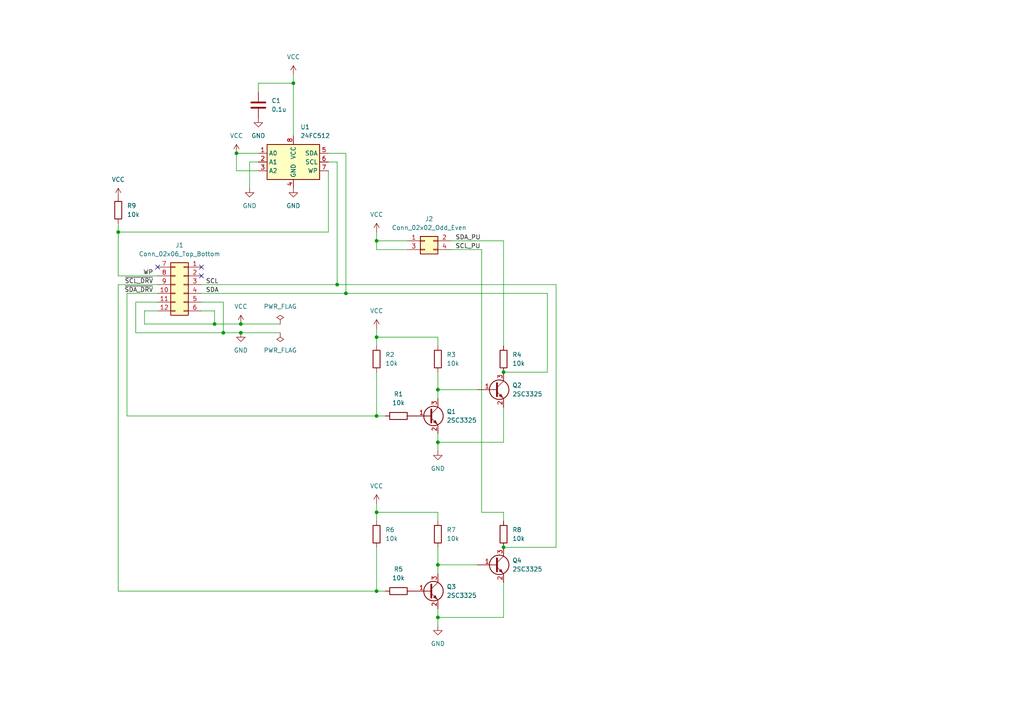
<source format=kicad_sch>
(kicad_sch (version 20211123) (generator eeschema)

  (uuid 2a3624de-1e65-44b5-8315-a1c35dfa4ff3)

  (paper "A4")

  (lib_symbols
    (symbol "Connector_Generic:Conn_02x02_Odd_Even" (pin_names (offset 1.016) hide) (in_bom yes) (on_board yes)
      (property "Reference" "J" (id 0) (at 1.27 2.54 0)
        (effects (font (size 1.27 1.27)))
      )
      (property "Value" "Conn_02x02_Odd_Even" (id 1) (at 1.27 -5.08 0)
        (effects (font (size 1.27 1.27)))
      )
      (property "Footprint" "" (id 2) (at 0 0 0)
        (effects (font (size 1.27 1.27)) hide)
      )
      (property "Datasheet" "~" (id 3) (at 0 0 0)
        (effects (font (size 1.27 1.27)) hide)
      )
      (property "ki_keywords" "connector" (id 4) (at 0 0 0)
        (effects (font (size 1.27 1.27)) hide)
      )
      (property "ki_description" "Generic connector, double row, 02x02, odd/even pin numbering scheme (row 1 odd numbers, row 2 even numbers), script generated (kicad-library-utils/schlib/autogen/connector/)" (id 5) (at 0 0 0)
        (effects (font (size 1.27 1.27)) hide)
      )
      (property "ki_fp_filters" "Connector*:*_2x??_*" (id 6) (at 0 0 0)
        (effects (font (size 1.27 1.27)) hide)
      )
      (symbol "Conn_02x02_Odd_Even_1_1"
        (rectangle (start -1.27 -2.413) (end 0 -2.667)
          (stroke (width 0.1524) (type default) (color 0 0 0 0))
          (fill (type none))
        )
        (rectangle (start -1.27 0.127) (end 0 -0.127)
          (stroke (width 0.1524) (type default) (color 0 0 0 0))
          (fill (type none))
        )
        (rectangle (start -1.27 1.27) (end 3.81 -3.81)
          (stroke (width 0.254) (type default) (color 0 0 0 0))
          (fill (type background))
        )
        (rectangle (start 3.81 -2.413) (end 2.54 -2.667)
          (stroke (width 0.1524) (type default) (color 0 0 0 0))
          (fill (type none))
        )
        (rectangle (start 3.81 0.127) (end 2.54 -0.127)
          (stroke (width 0.1524) (type default) (color 0 0 0 0))
          (fill (type none))
        )
        (pin passive line (at -5.08 0 0) (length 3.81)
          (name "Pin_1" (effects (font (size 1.27 1.27))))
          (number "1" (effects (font (size 1.27 1.27))))
        )
        (pin passive line (at 7.62 0 180) (length 3.81)
          (name "Pin_2" (effects (font (size 1.27 1.27))))
          (number "2" (effects (font (size 1.27 1.27))))
        )
        (pin passive line (at -5.08 -2.54 0) (length 3.81)
          (name "Pin_3" (effects (font (size 1.27 1.27))))
          (number "3" (effects (font (size 1.27 1.27))))
        )
        (pin passive line (at 7.62 -2.54 180) (length 3.81)
          (name "Pin_4" (effects (font (size 1.27 1.27))))
          (number "4" (effects (font (size 1.27 1.27))))
        )
      )
    )
    (symbol "Connector_Generic:Conn_02x06_Top_Bottom" (pin_names (offset 1.016) hide) (in_bom yes) (on_board yes)
      (property "Reference" "J" (id 0) (at 1.27 7.62 0)
        (effects (font (size 1.27 1.27)))
      )
      (property "Value" "Conn_02x06_Top_Bottom" (id 1) (at 1.27 -10.16 0)
        (effects (font (size 1.27 1.27)))
      )
      (property "Footprint" "" (id 2) (at 0 0 0)
        (effects (font (size 1.27 1.27)) hide)
      )
      (property "Datasheet" "~" (id 3) (at 0 0 0)
        (effects (font (size 1.27 1.27)) hide)
      )
      (property "ki_keywords" "connector" (id 4) (at 0 0 0)
        (effects (font (size 1.27 1.27)) hide)
      )
      (property "ki_description" "Generic connector, double row, 02x06, top/bottom pin numbering scheme (row 1: 1...pins_per_row, row2: pins_per_row+1 ... num_pins), script generated (kicad-library-utils/schlib/autogen/connector/)" (id 5) (at 0 0 0)
        (effects (font (size 1.27 1.27)) hide)
      )
      (property "ki_fp_filters" "Connector*:*_2x??_*" (id 6) (at 0 0 0)
        (effects (font (size 1.27 1.27)) hide)
      )
      (symbol "Conn_02x06_Top_Bottom_1_1"
        (rectangle (start -1.27 -7.493) (end 0 -7.747)
          (stroke (width 0.1524) (type default) (color 0 0 0 0))
          (fill (type none))
        )
        (rectangle (start -1.27 -4.953) (end 0 -5.207)
          (stroke (width 0.1524) (type default) (color 0 0 0 0))
          (fill (type none))
        )
        (rectangle (start -1.27 -2.413) (end 0 -2.667)
          (stroke (width 0.1524) (type default) (color 0 0 0 0))
          (fill (type none))
        )
        (rectangle (start -1.27 0.127) (end 0 -0.127)
          (stroke (width 0.1524) (type default) (color 0 0 0 0))
          (fill (type none))
        )
        (rectangle (start -1.27 2.667) (end 0 2.413)
          (stroke (width 0.1524) (type default) (color 0 0 0 0))
          (fill (type none))
        )
        (rectangle (start -1.27 5.207) (end 0 4.953)
          (stroke (width 0.1524) (type default) (color 0 0 0 0))
          (fill (type none))
        )
        (rectangle (start -1.27 6.35) (end 3.81 -8.89)
          (stroke (width 0.254) (type default) (color 0 0 0 0))
          (fill (type background))
        )
        (rectangle (start 3.81 -7.493) (end 2.54 -7.747)
          (stroke (width 0.1524) (type default) (color 0 0 0 0))
          (fill (type none))
        )
        (rectangle (start 3.81 -4.953) (end 2.54 -5.207)
          (stroke (width 0.1524) (type default) (color 0 0 0 0))
          (fill (type none))
        )
        (rectangle (start 3.81 -2.413) (end 2.54 -2.667)
          (stroke (width 0.1524) (type default) (color 0 0 0 0))
          (fill (type none))
        )
        (rectangle (start 3.81 0.127) (end 2.54 -0.127)
          (stroke (width 0.1524) (type default) (color 0 0 0 0))
          (fill (type none))
        )
        (rectangle (start 3.81 2.667) (end 2.54 2.413)
          (stroke (width 0.1524) (type default) (color 0 0 0 0))
          (fill (type none))
        )
        (rectangle (start 3.81 5.207) (end 2.54 4.953)
          (stroke (width 0.1524) (type default) (color 0 0 0 0))
          (fill (type none))
        )
        (pin passive line (at -5.08 5.08 0) (length 3.81)
          (name "Pin_1" (effects (font (size 1.27 1.27))))
          (number "1" (effects (font (size 1.27 1.27))))
        )
        (pin passive line (at 7.62 -2.54 180) (length 3.81)
          (name "Pin_10" (effects (font (size 1.27 1.27))))
          (number "10" (effects (font (size 1.27 1.27))))
        )
        (pin passive line (at 7.62 -5.08 180) (length 3.81)
          (name "Pin_11" (effects (font (size 1.27 1.27))))
          (number "11" (effects (font (size 1.27 1.27))))
        )
        (pin passive line (at 7.62 -7.62 180) (length 3.81)
          (name "Pin_12" (effects (font (size 1.27 1.27))))
          (number "12" (effects (font (size 1.27 1.27))))
        )
        (pin passive line (at -5.08 2.54 0) (length 3.81)
          (name "Pin_2" (effects (font (size 1.27 1.27))))
          (number "2" (effects (font (size 1.27 1.27))))
        )
        (pin passive line (at -5.08 0 0) (length 3.81)
          (name "Pin_3" (effects (font (size 1.27 1.27))))
          (number "3" (effects (font (size 1.27 1.27))))
        )
        (pin passive line (at -5.08 -2.54 0) (length 3.81)
          (name "Pin_4" (effects (font (size 1.27 1.27))))
          (number "4" (effects (font (size 1.27 1.27))))
        )
        (pin passive line (at -5.08 -5.08 0) (length 3.81)
          (name "Pin_5" (effects (font (size 1.27 1.27))))
          (number "5" (effects (font (size 1.27 1.27))))
        )
        (pin passive line (at -5.08 -7.62 0) (length 3.81)
          (name "Pin_6" (effects (font (size 1.27 1.27))))
          (number "6" (effects (font (size 1.27 1.27))))
        )
        (pin passive line (at 7.62 5.08 180) (length 3.81)
          (name "Pin_7" (effects (font (size 1.27 1.27))))
          (number "7" (effects (font (size 1.27 1.27))))
        )
        (pin passive line (at 7.62 2.54 180) (length 3.81)
          (name "Pin_8" (effects (font (size 1.27 1.27))))
          (number "8" (effects (font (size 1.27 1.27))))
        )
        (pin passive line (at 7.62 0 180) (length 3.81)
          (name "Pin_9" (effects (font (size 1.27 1.27))))
          (number "9" (effects (font (size 1.27 1.27))))
        )
      )
    )
    (symbol "Device:C" (pin_numbers hide) (pin_names (offset 0.254)) (in_bom yes) (on_board yes)
      (property "Reference" "C" (id 0) (at 0.635 2.54 0)
        (effects (font (size 1.27 1.27)) (justify left))
      )
      (property "Value" "C" (id 1) (at 0.635 -2.54 0)
        (effects (font (size 1.27 1.27)) (justify left))
      )
      (property "Footprint" "" (id 2) (at 0.9652 -3.81 0)
        (effects (font (size 1.27 1.27)) hide)
      )
      (property "Datasheet" "~" (id 3) (at 0 0 0)
        (effects (font (size 1.27 1.27)) hide)
      )
      (property "ki_keywords" "cap capacitor" (id 4) (at 0 0 0)
        (effects (font (size 1.27 1.27)) hide)
      )
      (property "ki_description" "Unpolarized capacitor" (id 5) (at 0 0 0)
        (effects (font (size 1.27 1.27)) hide)
      )
      (property "ki_fp_filters" "C_*" (id 6) (at 0 0 0)
        (effects (font (size 1.27 1.27)) hide)
      )
      (symbol "C_0_1"
        (polyline
          (pts
            (xy -2.032 -0.762)
            (xy 2.032 -0.762)
          )
          (stroke (width 0.508) (type default) (color 0 0 0 0))
          (fill (type none))
        )
        (polyline
          (pts
            (xy -2.032 0.762)
            (xy 2.032 0.762)
          )
          (stroke (width 0.508) (type default) (color 0 0 0 0))
          (fill (type none))
        )
      )
      (symbol "C_1_1"
        (pin passive line (at 0 3.81 270) (length 2.794)
          (name "~" (effects (font (size 1.27 1.27))))
          (number "1" (effects (font (size 1.27 1.27))))
        )
        (pin passive line (at 0 -3.81 90) (length 2.794)
          (name "~" (effects (font (size 1.27 1.27))))
          (number "2" (effects (font (size 1.27 1.27))))
        )
      )
    )
    (symbol "Device:Q_NPN_BEC" (pin_names (offset 0) hide) (in_bom yes) (on_board yes)
      (property "Reference" "Q" (id 0) (at 5.08 1.27 0)
        (effects (font (size 1.27 1.27)) (justify left))
      )
      (property "Value" "Q_NPN_BEC" (id 1) (at 5.08 -1.27 0)
        (effects (font (size 1.27 1.27)) (justify left))
      )
      (property "Footprint" "" (id 2) (at 5.08 2.54 0)
        (effects (font (size 1.27 1.27)) hide)
      )
      (property "Datasheet" "~" (id 3) (at 0 0 0)
        (effects (font (size 1.27 1.27)) hide)
      )
      (property "ki_keywords" "transistor NPN" (id 4) (at 0 0 0)
        (effects (font (size 1.27 1.27)) hide)
      )
      (property "ki_description" "NPN transistor, base/emitter/collector" (id 5) (at 0 0 0)
        (effects (font (size 1.27 1.27)) hide)
      )
      (symbol "Q_NPN_BEC_0_1"
        (polyline
          (pts
            (xy 0.635 0.635)
            (xy 2.54 2.54)
          )
          (stroke (width 0) (type default) (color 0 0 0 0))
          (fill (type none))
        )
        (polyline
          (pts
            (xy 0.635 -0.635)
            (xy 2.54 -2.54)
            (xy 2.54 -2.54)
          )
          (stroke (width 0) (type default) (color 0 0 0 0))
          (fill (type none))
        )
        (polyline
          (pts
            (xy 0.635 1.905)
            (xy 0.635 -1.905)
            (xy 0.635 -1.905)
          )
          (stroke (width 0.508) (type default) (color 0 0 0 0))
          (fill (type none))
        )
        (polyline
          (pts
            (xy 1.27 -1.778)
            (xy 1.778 -1.27)
            (xy 2.286 -2.286)
            (xy 1.27 -1.778)
            (xy 1.27 -1.778)
          )
          (stroke (width 0) (type default) (color 0 0 0 0))
          (fill (type outline))
        )
        (circle (center 1.27 0) (radius 2.8194)
          (stroke (width 0.254) (type default) (color 0 0 0 0))
          (fill (type none))
        )
      )
      (symbol "Q_NPN_BEC_1_1"
        (pin input line (at -5.08 0 0) (length 5.715)
          (name "B" (effects (font (size 1.27 1.27))))
          (number "1" (effects (font (size 1.27 1.27))))
        )
        (pin passive line (at 2.54 -5.08 90) (length 2.54)
          (name "E" (effects (font (size 1.27 1.27))))
          (number "2" (effects (font (size 1.27 1.27))))
        )
        (pin passive line (at 2.54 5.08 270) (length 2.54)
          (name "C" (effects (font (size 1.27 1.27))))
          (number "3" (effects (font (size 1.27 1.27))))
        )
      )
    )
    (symbol "Device:R" (pin_numbers hide) (pin_names (offset 0)) (in_bom yes) (on_board yes)
      (property "Reference" "R" (id 0) (at 2.032 0 90)
        (effects (font (size 1.27 1.27)))
      )
      (property "Value" "R" (id 1) (at 0 0 90)
        (effects (font (size 1.27 1.27)))
      )
      (property "Footprint" "" (id 2) (at -1.778 0 90)
        (effects (font (size 1.27 1.27)) hide)
      )
      (property "Datasheet" "~" (id 3) (at 0 0 0)
        (effects (font (size 1.27 1.27)) hide)
      )
      (property "ki_keywords" "R res resistor" (id 4) (at 0 0 0)
        (effects (font (size 1.27 1.27)) hide)
      )
      (property "ki_description" "Resistor" (id 5) (at 0 0 0)
        (effects (font (size 1.27 1.27)) hide)
      )
      (property "ki_fp_filters" "R_*" (id 6) (at 0 0 0)
        (effects (font (size 1.27 1.27)) hide)
      )
      (symbol "R_0_1"
        (rectangle (start -1.016 -2.54) (end 1.016 2.54)
          (stroke (width 0.254) (type default) (color 0 0 0 0))
          (fill (type none))
        )
      )
      (symbol "R_1_1"
        (pin passive line (at 0 3.81 270) (length 1.27)
          (name "~" (effects (font (size 1.27 1.27))))
          (number "1" (effects (font (size 1.27 1.27))))
        )
        (pin passive line (at 0 -3.81 90) (length 1.27)
          (name "~" (effects (font (size 1.27 1.27))))
          (number "2" (effects (font (size 1.27 1.27))))
        )
      )
    )
    (symbol "Memory_EEPROM:24LC512" (in_bom yes) (on_board yes)
      (property "Reference" "U" (id 0) (at -6.35 6.35 0)
        (effects (font (size 1.27 1.27)))
      )
      (property "Value" "24LC512" (id 1) (at 1.27 6.35 0)
        (effects (font (size 1.27 1.27)) (justify left))
      )
      (property "Footprint" "" (id 2) (at 0 0 0)
        (effects (font (size 1.27 1.27)) hide)
      )
      (property "Datasheet" "http://ww1.microchip.com/downloads/en/DeviceDoc/21754M.pdf" (id 3) (at 0 0 0)
        (effects (font (size 1.27 1.27)) hide)
      )
      (property "ki_keywords" "I2C Serial EEPROM" (id 4) (at 0 0 0)
        (effects (font (size 1.27 1.27)) hide)
      )
      (property "ki_description" "I2C Serial EEPROM, 512Kb, DIP-8/SOIC-8/TSSOP-8/DFN-8" (id 5) (at 0 0 0)
        (effects (font (size 1.27 1.27)) hide)
      )
      (property "ki_fp_filters" "DIP*W7.62mm* SOIC*3.9x4.9mm* TSSOP*4.4x3mm*P0.65mm* DFN*3x2mm*P0.5mm*" (id 6) (at 0 0 0)
        (effects (font (size 1.27 1.27)) hide)
      )
      (symbol "24LC512_1_1"
        (rectangle (start -7.62 5.08) (end 7.62 -5.08)
          (stroke (width 0.254) (type default) (color 0 0 0 0))
          (fill (type background))
        )
        (pin input line (at -10.16 2.54 0) (length 2.54)
          (name "A0" (effects (font (size 1.27 1.27))))
          (number "1" (effects (font (size 1.27 1.27))))
        )
        (pin input line (at -10.16 0 0) (length 2.54)
          (name "A1" (effects (font (size 1.27 1.27))))
          (number "2" (effects (font (size 1.27 1.27))))
        )
        (pin input line (at -10.16 -2.54 0) (length 2.54)
          (name "A2" (effects (font (size 1.27 1.27))))
          (number "3" (effects (font (size 1.27 1.27))))
        )
        (pin power_in line (at 0 -7.62 90) (length 2.54)
          (name "GND" (effects (font (size 1.27 1.27))))
          (number "4" (effects (font (size 1.27 1.27))))
        )
        (pin bidirectional line (at 10.16 2.54 180) (length 2.54)
          (name "SDA" (effects (font (size 1.27 1.27))))
          (number "5" (effects (font (size 1.27 1.27))))
        )
        (pin input line (at 10.16 0 180) (length 2.54)
          (name "SCL" (effects (font (size 1.27 1.27))))
          (number "6" (effects (font (size 1.27 1.27))))
        )
        (pin input line (at 10.16 -2.54 180) (length 2.54)
          (name "WP" (effects (font (size 1.27 1.27))))
          (number "7" (effects (font (size 1.27 1.27))))
        )
        (pin power_in line (at 0 7.62 270) (length 2.54)
          (name "VCC" (effects (font (size 1.27 1.27))))
          (number "8" (effects (font (size 1.27 1.27))))
        )
      )
    )
    (symbol "power:GND" (power) (pin_names (offset 0)) (in_bom yes) (on_board yes)
      (property "Reference" "#PWR" (id 0) (at 0 -6.35 0)
        (effects (font (size 1.27 1.27)) hide)
      )
      (property "Value" "GND" (id 1) (at 0 -3.81 0)
        (effects (font (size 1.27 1.27)))
      )
      (property "Footprint" "" (id 2) (at 0 0 0)
        (effects (font (size 1.27 1.27)) hide)
      )
      (property "Datasheet" "" (id 3) (at 0 0 0)
        (effects (font (size 1.27 1.27)) hide)
      )
      (property "ki_keywords" "power-flag" (id 4) (at 0 0 0)
        (effects (font (size 1.27 1.27)) hide)
      )
      (property "ki_description" "Power symbol creates a global label with name \"GND\" , ground" (id 5) (at 0 0 0)
        (effects (font (size 1.27 1.27)) hide)
      )
      (symbol "GND_0_1"
        (polyline
          (pts
            (xy 0 0)
            (xy 0 -1.27)
            (xy 1.27 -1.27)
            (xy 0 -2.54)
            (xy -1.27 -1.27)
            (xy 0 -1.27)
          )
          (stroke (width 0) (type default) (color 0 0 0 0))
          (fill (type none))
        )
      )
      (symbol "GND_1_1"
        (pin power_in line (at 0 0 270) (length 0) hide
          (name "GND" (effects (font (size 1.27 1.27))))
          (number "1" (effects (font (size 1.27 1.27))))
        )
      )
    )
    (symbol "power:PWR_FLAG" (power) (pin_numbers hide) (pin_names (offset 0) hide) (in_bom yes) (on_board yes)
      (property "Reference" "#FLG" (id 0) (at 0 1.905 0)
        (effects (font (size 1.27 1.27)) hide)
      )
      (property "Value" "PWR_FLAG" (id 1) (at 0 3.81 0)
        (effects (font (size 1.27 1.27)))
      )
      (property "Footprint" "" (id 2) (at 0 0 0)
        (effects (font (size 1.27 1.27)) hide)
      )
      (property "Datasheet" "~" (id 3) (at 0 0 0)
        (effects (font (size 1.27 1.27)) hide)
      )
      (property "ki_keywords" "power-flag" (id 4) (at 0 0 0)
        (effects (font (size 1.27 1.27)) hide)
      )
      (property "ki_description" "Special symbol for telling ERC where power comes from" (id 5) (at 0 0 0)
        (effects (font (size 1.27 1.27)) hide)
      )
      (symbol "PWR_FLAG_0_0"
        (pin power_out line (at 0 0 90) (length 0)
          (name "pwr" (effects (font (size 1.27 1.27))))
          (number "1" (effects (font (size 1.27 1.27))))
        )
      )
      (symbol "PWR_FLAG_0_1"
        (polyline
          (pts
            (xy 0 0)
            (xy 0 1.27)
            (xy -1.016 1.905)
            (xy 0 2.54)
            (xy 1.016 1.905)
            (xy 0 1.27)
          )
          (stroke (width 0) (type default) (color 0 0 0 0))
          (fill (type none))
        )
      )
    )
    (symbol "power:VCC" (power) (pin_names (offset 0)) (in_bom yes) (on_board yes)
      (property "Reference" "#PWR" (id 0) (at 0 -3.81 0)
        (effects (font (size 1.27 1.27)) hide)
      )
      (property "Value" "VCC" (id 1) (at 0 3.81 0)
        (effects (font (size 1.27 1.27)))
      )
      (property "Footprint" "" (id 2) (at 0 0 0)
        (effects (font (size 1.27 1.27)) hide)
      )
      (property "Datasheet" "" (id 3) (at 0 0 0)
        (effects (font (size 1.27 1.27)) hide)
      )
      (property "ki_keywords" "power-flag" (id 4) (at 0 0 0)
        (effects (font (size 1.27 1.27)) hide)
      )
      (property "ki_description" "Power symbol creates a global label with name \"VCC\"" (id 5) (at 0 0 0)
        (effects (font (size 1.27 1.27)) hide)
      )
      (symbol "VCC_0_1"
        (polyline
          (pts
            (xy -0.762 1.27)
            (xy 0 2.54)
          )
          (stroke (width 0) (type default) (color 0 0 0 0))
          (fill (type none))
        )
        (polyline
          (pts
            (xy 0 0)
            (xy 0 2.54)
          )
          (stroke (width 0) (type default) (color 0 0 0 0))
          (fill (type none))
        )
        (polyline
          (pts
            (xy 0 2.54)
            (xy 0.762 1.27)
          )
          (stroke (width 0) (type default) (color 0 0 0 0))
          (fill (type none))
        )
      )
      (symbol "VCC_1_1"
        (pin power_in line (at 0 0 90) (length 0) hide
          (name "VCC" (effects (font (size 1.27 1.27))))
          (number "1" (effects (font (size 1.27 1.27))))
        )
      )
    )
  )

  (junction (at 127 179.07) (diameter 0) (color 0 0 0 0)
    (uuid 10222778-8da4-426f-a41b-88b5582cf99e)
  )
  (junction (at 146.05 158.75) (diameter 0) (color 0 0 0 0)
    (uuid 17bbd69a-31c5-4d32-9dbc-393afc771716)
  )
  (junction (at 146.05 107.95) (diameter 0) (color 0 0 0 0)
    (uuid 18a2d1ec-7cc7-43bd-9c28-c023faec204b)
  )
  (junction (at 64.77 96.52) (diameter 0) (color 0 0 0 0)
    (uuid 1d5dffc8-148a-4dcb-b043-ec16c6ea3269)
  )
  (junction (at 85.09 24.13) (diameter 0) (color 0 0 0 0)
    (uuid 1f8690ca-5e4f-4e04-bfec-6aa117d8deb3)
  )
  (junction (at 69.85 93.98) (diameter 0) (color 0 0 0 0)
    (uuid 338ceb66-ebed-4b79-b8a3-64f97ad4d4e3)
  )
  (junction (at 109.22 148.59) (diameter 0) (color 0 0 0 0)
    (uuid 33f154b3-0ef6-4d7a-be97-9279ec3effb2)
  )
  (junction (at 109.22 69.85) (diameter 0) (color 0 0 0 0)
    (uuid 39af4ec2-1853-4408-99b8-e325b7f05d81)
  )
  (junction (at 97.79 82.55) (diameter 0) (color 0 0 0 0)
    (uuid 446bd077-82b7-4d9d-bcaf-731fd8f21e40)
  )
  (junction (at 109.22 171.45) (diameter 0) (color 0 0 0 0)
    (uuid 46dffac5-d974-4b84-a55c-9c88998f4d30)
  )
  (junction (at 34.29 67.31) (diameter 0) (color 0 0 0 0)
    (uuid 54a631f5-f116-47fc-97bc-eb0bb5cd127e)
  )
  (junction (at 127 128.27) (diameter 0) (color 0 0 0 0)
    (uuid 5690045e-c103-44a7-9450-61759622514a)
  )
  (junction (at 127 113.03) (diameter 0) (color 0 0 0 0)
    (uuid 7a0e480c-7068-4c18-910a-d573b7f42dac)
  )
  (junction (at 109.22 120.65) (diameter 0) (color 0 0 0 0)
    (uuid 7c723c62-f5e7-41ca-9c0c-09fadfe72ef6)
  )
  (junction (at 62.23 93.98) (diameter 0) (color 0 0 0 0)
    (uuid 81e4f37a-b790-41ba-9afd-73216af3c771)
  )
  (junction (at 127 163.83) (diameter 0) (color 0 0 0 0)
    (uuid 85f27c30-016d-4bd8-a674-9a6faf58ca13)
  )
  (junction (at 109.22 97.79) (diameter 0) (color 0 0 0 0)
    (uuid 9da4f7ca-ad3e-41aa-94b8-e2711bd4d9fd)
  )
  (junction (at 69.85 96.52) (diameter 0) (color 0 0 0 0)
    (uuid e8294873-797e-4c2f-ad04-935fd7b2176b)
  )
  (junction (at 100.33 85.09) (diameter 0) (color 0 0 0 0)
    (uuid ec4baceb-331e-4aea-84cc-3e6f415700e5)
  )
  (junction (at 68.58 44.45) (diameter 0) (color 0 0 0 0)
    (uuid fb4fcbe1-4be0-424e-8ccc-9fb0f7ccee72)
  )

  (no_connect (at 58.42 77.47) (uuid 768bb677-59c1-44f0-9875-2e2de1b6997f))
  (no_connect (at 58.42 80.01) (uuid 768bb677-59c1-44f0-9875-2e2de1b6997f))
  (no_connect (at 45.72 77.47) (uuid 768bb677-59c1-44f0-9875-2e2de1b6997f))

  (wire (pts (xy 109.22 97.79) (xy 127 97.79))
    (stroke (width 0) (type default) (color 0 0 0 0))
    (uuid 03e6a5ac-b562-4a91-acb3-f470adbe1f76)
  )
  (wire (pts (xy 34.29 64.77) (xy 34.29 67.31))
    (stroke (width 0) (type default) (color 0 0 0 0))
    (uuid 049c3ebe-bebd-4a12-86dd-20324b60478c)
  )
  (wire (pts (xy 69.85 96.52) (xy 81.28 96.52))
    (stroke (width 0) (type default) (color 0 0 0 0))
    (uuid 07cd3dc5-ccd0-40e7-a21f-d85a93bc523f)
  )
  (wire (pts (xy 64.77 96.52) (xy 69.85 96.52))
    (stroke (width 0) (type default) (color 0 0 0 0))
    (uuid 0a236e78-5f33-416c-8c74-e271016f428f)
  )
  (wire (pts (xy 100.33 44.45) (xy 100.33 85.09))
    (stroke (width 0) (type default) (color 0 0 0 0))
    (uuid 0c237dca-4a91-41b1-8f85-7b5328bb9bd7)
  )
  (wire (pts (xy 127 128.27) (xy 146.05 128.27))
    (stroke (width 0) (type default) (color 0 0 0 0))
    (uuid 120445d7-b244-4bdf-8ede-91e11313aaf3)
  )
  (wire (pts (xy 72.39 46.99) (xy 72.39 54.61))
    (stroke (width 0) (type default) (color 0 0 0 0))
    (uuid 166e3d52-afca-4ca8-8e3f-0e81101d8411)
  )
  (wire (pts (xy 146.05 69.85) (xy 146.05 100.33))
    (stroke (width 0) (type default) (color 0 0 0 0))
    (uuid 206856c2-371b-422e-8ab8-df5acd938748)
  )
  (wire (pts (xy 95.25 49.53) (xy 95.25 67.31))
    (stroke (width 0) (type default) (color 0 0 0 0))
    (uuid 21900cc2-050f-4d84-ae73-0b4574cdb445)
  )
  (wire (pts (xy 127 179.07) (xy 146.05 179.07))
    (stroke (width 0) (type default) (color 0 0 0 0))
    (uuid 23bb6c75-8228-4638-ad25-bdda49b8b7ae)
  )
  (wire (pts (xy 62.23 90.17) (xy 62.23 93.98))
    (stroke (width 0) (type default) (color 0 0 0 0))
    (uuid 26de385c-7b5e-4ff6-9f4e-ecdd9f27b17f)
  )
  (wire (pts (xy 74.93 49.53) (xy 68.58 49.53))
    (stroke (width 0) (type default) (color 0 0 0 0))
    (uuid 2ab6e91c-ab6f-4f6c-90fa-9fc4b6c10897)
  )
  (wire (pts (xy 34.29 80.01) (xy 45.72 80.01))
    (stroke (width 0) (type default) (color 0 0 0 0))
    (uuid 33f6c76b-ac06-480b-95c5-a57210b9bb5f)
  )
  (wire (pts (xy 45.72 82.55) (xy 34.29 82.55))
    (stroke (width 0) (type default) (color 0 0 0 0))
    (uuid 37de9c40-109d-4c7d-91a7-984a7cee344e)
  )
  (wire (pts (xy 109.22 120.65) (xy 111.76 120.65))
    (stroke (width 0) (type default) (color 0 0 0 0))
    (uuid 3b83775e-a802-4861-9ed1-913d48e8f412)
  )
  (wire (pts (xy 109.22 148.59) (xy 127 148.59))
    (stroke (width 0) (type default) (color 0 0 0 0))
    (uuid 432def43-6d07-4fb8-b6b5-5c62ff7e498a)
  )
  (wire (pts (xy 36.83 85.09) (xy 36.83 120.65))
    (stroke (width 0) (type default) (color 0 0 0 0))
    (uuid 4659c1b4-316b-460d-a17f-02acb7cbfc44)
  )
  (wire (pts (xy 109.22 95.25) (xy 109.22 97.79))
    (stroke (width 0) (type default) (color 0 0 0 0))
    (uuid 4a887bda-1218-4445-98b3-dd18b3592576)
  )
  (wire (pts (xy 130.81 72.39) (xy 139.7 72.39))
    (stroke (width 0) (type default) (color 0 0 0 0))
    (uuid 4c250781-b998-438c-801f-39a1b53f69ab)
  )
  (wire (pts (xy 146.05 179.07) (xy 146.05 168.91))
    (stroke (width 0) (type default) (color 0 0 0 0))
    (uuid 4dc668f7-cf9e-40c5-bd42-6fe81f9b9db3)
  )
  (wire (pts (xy 127 97.79) (xy 127 100.33))
    (stroke (width 0) (type default) (color 0 0 0 0))
    (uuid 529e1d5c-a47a-40de-bec1-7dcff9311e01)
  )
  (wire (pts (xy 34.29 171.45) (xy 109.22 171.45))
    (stroke (width 0) (type default) (color 0 0 0 0))
    (uuid 53425095-b663-4a36-ad33-3bc62a1db35e)
  )
  (wire (pts (xy 62.23 93.98) (xy 41.91 93.98))
    (stroke (width 0) (type default) (color 0 0 0 0))
    (uuid 5a2b40b2-76df-450f-82ec-7455c4ec9fbc)
  )
  (wire (pts (xy 58.42 85.09) (xy 100.33 85.09))
    (stroke (width 0) (type default) (color 0 0 0 0))
    (uuid 5af8ab7e-36c8-4dc6-8b52-217f961ea81f)
  )
  (wire (pts (xy 127 158.75) (xy 127 163.83))
    (stroke (width 0) (type default) (color 0 0 0 0))
    (uuid 5b3a106f-947b-4361-b6b4-3d35bf1bb951)
  )
  (wire (pts (xy 109.22 146.05) (xy 109.22 148.59))
    (stroke (width 0) (type default) (color 0 0 0 0))
    (uuid 64ac6f89-deb1-4561-afb7-27651348f6c6)
  )
  (wire (pts (xy 85.09 21.59) (xy 85.09 24.13))
    (stroke (width 0) (type default) (color 0 0 0 0))
    (uuid 660ae773-4812-4bf2-b735-1635c5e0c0b3)
  )
  (wire (pts (xy 130.81 69.85) (xy 146.05 69.85))
    (stroke (width 0) (type default) (color 0 0 0 0))
    (uuid 66e96434-3d22-4909-824a-295439855546)
  )
  (wire (pts (xy 74.93 46.99) (xy 72.39 46.99))
    (stroke (width 0) (type default) (color 0 0 0 0))
    (uuid 6a9bd2f5-1e37-436f-8dc9-ca04230addae)
  )
  (wire (pts (xy 109.22 69.85) (xy 109.22 72.39))
    (stroke (width 0) (type default) (color 0 0 0 0))
    (uuid 6bf5a61d-20ce-4b67-aafc-b2956c826f70)
  )
  (wire (pts (xy 127 125.73) (xy 127 128.27))
    (stroke (width 0) (type default) (color 0 0 0 0))
    (uuid 6ec10485-d5ca-4517-b1b0-7327aae419bc)
  )
  (wire (pts (xy 109.22 69.85) (xy 118.11 69.85))
    (stroke (width 0) (type default) (color 0 0 0 0))
    (uuid 6f97d7d5-bce8-4bda-b0d5-fff824271159)
  )
  (wire (pts (xy 127 163.83) (xy 127 166.37))
    (stroke (width 0) (type default) (color 0 0 0 0))
    (uuid 6fd024a1-4d5e-4ec9-bdcb-84a27a9487e7)
  )
  (wire (pts (xy 58.42 87.63) (xy 64.77 87.63))
    (stroke (width 0) (type default) (color 0 0 0 0))
    (uuid 70ece923-5040-47ba-8b61-330aaa272593)
  )
  (wire (pts (xy 158.75 107.95) (xy 158.75 85.09))
    (stroke (width 0) (type default) (color 0 0 0 0))
    (uuid 73fb5689-7b3a-4fd9-9cba-a330b23ad068)
  )
  (wire (pts (xy 109.22 72.39) (xy 118.11 72.39))
    (stroke (width 0) (type default) (color 0 0 0 0))
    (uuid 777855d2-9070-43f8-83bf-f47283704f68)
  )
  (wire (pts (xy 161.29 82.55) (xy 161.29 158.75))
    (stroke (width 0) (type default) (color 0 0 0 0))
    (uuid 7ab213a7-7eda-4a48-857e-aa80f97f621f)
  )
  (wire (pts (xy 39.37 96.52) (xy 39.37 87.63))
    (stroke (width 0) (type default) (color 0 0 0 0))
    (uuid 80896e2a-52b9-48cc-8663-4a0ba5fe8d33)
  )
  (wire (pts (xy 127 113.03) (xy 127 115.57))
    (stroke (width 0) (type default) (color 0 0 0 0))
    (uuid 81c39516-bba1-49b0-acb9-554f218cd91f)
  )
  (wire (pts (xy 97.79 82.55) (xy 58.42 82.55))
    (stroke (width 0) (type default) (color 0 0 0 0))
    (uuid 890ff14b-d2b8-4da2-8159-d7070f4e3bdb)
  )
  (wire (pts (xy 139.7 148.59) (xy 146.05 148.59))
    (stroke (width 0) (type default) (color 0 0 0 0))
    (uuid 8ce33bb5-695c-4262-bb13-59fcabd09406)
  )
  (wire (pts (xy 146.05 107.95) (xy 158.75 107.95))
    (stroke (width 0) (type default) (color 0 0 0 0))
    (uuid 8dec688a-d9fc-4afb-bf13-beebb7a6b5d4)
  )
  (wire (pts (xy 64.77 96.52) (xy 39.37 96.52))
    (stroke (width 0) (type default) (color 0 0 0 0))
    (uuid 95fad8f6-087d-4aa0-af4c-8572ae2309bd)
  )
  (wire (pts (xy 74.93 24.13) (xy 74.93 26.67))
    (stroke (width 0) (type default) (color 0 0 0 0))
    (uuid 98858fae-86cc-4fc4-b888-8ec9adaf8bf8)
  )
  (wire (pts (xy 34.29 82.55) (xy 34.29 171.45))
    (stroke (width 0) (type default) (color 0 0 0 0))
    (uuid 98cff3a8-5795-4890-81d6-0e7ae37e19db)
  )
  (wire (pts (xy 95.25 67.31) (xy 34.29 67.31))
    (stroke (width 0) (type default) (color 0 0 0 0))
    (uuid a003d8da-3642-4711-be24-2d9946aed80f)
  )
  (wire (pts (xy 138.43 113.03) (xy 127 113.03))
    (stroke (width 0) (type default) (color 0 0 0 0))
    (uuid a367e0bc-d6ca-4fe7-8b82-50caf80a7ec8)
  )
  (wire (pts (xy 158.75 85.09) (xy 100.33 85.09))
    (stroke (width 0) (type default) (color 0 0 0 0))
    (uuid a4060199-bc85-4df6-9d9b-ad93c88897fc)
  )
  (wire (pts (xy 139.7 72.39) (xy 139.7 148.59))
    (stroke (width 0) (type default) (color 0 0 0 0))
    (uuid a5049ba0-bab0-4b7f-bf3e-59447638b0f9)
  )
  (wire (pts (xy 109.22 171.45) (xy 111.76 171.45))
    (stroke (width 0) (type default) (color 0 0 0 0))
    (uuid a5ccf9cd-2da0-4831-baa0-7fdeca8d40b8)
  )
  (wire (pts (xy 97.79 82.55) (xy 161.29 82.55))
    (stroke (width 0) (type default) (color 0 0 0 0))
    (uuid a80f3faf-dd2e-4e30-b31a-d5897264a5e5)
  )
  (wire (pts (xy 39.37 87.63) (xy 45.72 87.63))
    (stroke (width 0) (type default) (color 0 0 0 0))
    (uuid b10980a7-95d9-4dee-b09a-64b12f96c76b)
  )
  (wire (pts (xy 127 179.07) (xy 127 181.61))
    (stroke (width 0) (type default) (color 0 0 0 0))
    (uuid b3fc8fd0-7310-49c9-b3ed-a4e2909032b9)
  )
  (wire (pts (xy 95.25 44.45) (xy 100.33 44.45))
    (stroke (width 0) (type default) (color 0 0 0 0))
    (uuid b8920052-b56d-4ea4-8d0c-c271480c48d7)
  )
  (wire (pts (xy 62.23 93.98) (xy 69.85 93.98))
    (stroke (width 0) (type default) (color 0 0 0 0))
    (uuid bda58fb9-4fff-4394-b275-aba6d2a0035c)
  )
  (wire (pts (xy 34.29 67.31) (xy 34.29 80.01))
    (stroke (width 0) (type default) (color 0 0 0 0))
    (uuid c5bfbfb0-e048-4c9d-9481-ac0596d198ce)
  )
  (wire (pts (xy 138.43 163.83) (xy 127 163.83))
    (stroke (width 0) (type default) (color 0 0 0 0))
    (uuid c807e080-d15c-4362-aba2-b94b220fe727)
  )
  (wire (pts (xy 97.79 46.99) (xy 97.79 82.55))
    (stroke (width 0) (type default) (color 0 0 0 0))
    (uuid c91af2de-c914-4fd3-97c2-839e6e911ed7)
  )
  (wire (pts (xy 85.09 24.13) (xy 85.09 39.37))
    (stroke (width 0) (type default) (color 0 0 0 0))
    (uuid cb391a1e-4940-4c1e-9762-f34809a36dfb)
  )
  (wire (pts (xy 109.22 67.31) (xy 109.22 69.85))
    (stroke (width 0) (type default) (color 0 0 0 0))
    (uuid cb5b0e57-9845-4427-b3d6-1b84861fbd2d)
  )
  (wire (pts (xy 146.05 128.27) (xy 146.05 118.11))
    (stroke (width 0) (type default) (color 0 0 0 0))
    (uuid d9672846-edcf-4f3e-a895-ecf5c6b3690d)
  )
  (wire (pts (xy 45.72 85.09) (xy 36.83 85.09))
    (stroke (width 0) (type default) (color 0 0 0 0))
    (uuid d98d09ce-8cba-40b4-adbb-cdf7f8235d19)
  )
  (wire (pts (xy 68.58 44.45) (xy 74.93 44.45))
    (stroke (width 0) (type default) (color 0 0 0 0))
    (uuid dc27f33b-acac-4050-bf1d-57efa33d14e9)
  )
  (wire (pts (xy 127 107.95) (xy 127 113.03))
    (stroke (width 0) (type default) (color 0 0 0 0))
    (uuid dd139816-1ad3-4a96-a281-83d005b94f52)
  )
  (wire (pts (xy 41.91 90.17) (xy 45.72 90.17))
    (stroke (width 0) (type default) (color 0 0 0 0))
    (uuid de18151a-ba8e-444a-97bb-a01e6f7f014f)
  )
  (wire (pts (xy 74.93 24.13) (xy 85.09 24.13))
    (stroke (width 0) (type default) (color 0 0 0 0))
    (uuid def6ce19-4a8c-4889-8963-0ba516630145)
  )
  (wire (pts (xy 95.25 46.99) (xy 97.79 46.99))
    (stroke (width 0) (type default) (color 0 0 0 0))
    (uuid e26a894a-7879-4eb4-8fb1-153ad0989932)
  )
  (wire (pts (xy 146.05 148.59) (xy 146.05 151.13))
    (stroke (width 0) (type default) (color 0 0 0 0))
    (uuid e3cada56-aaf1-41d8-8eac-135648a90677)
  )
  (wire (pts (xy 109.22 151.13) (xy 109.22 148.59))
    (stroke (width 0) (type default) (color 0 0 0 0))
    (uuid e78ad30e-d131-4af0-9dd5-942338407a65)
  )
  (wire (pts (xy 127 148.59) (xy 127 151.13))
    (stroke (width 0) (type default) (color 0 0 0 0))
    (uuid e7d693a9-ff6b-475b-be53-8485ff4a0dd9)
  )
  (wire (pts (xy 64.77 87.63) (xy 64.77 96.52))
    (stroke (width 0) (type default) (color 0 0 0 0))
    (uuid e7ff0ade-8a85-4b2a-936b-b12061aed209)
  )
  (wire (pts (xy 146.05 158.75) (xy 161.29 158.75))
    (stroke (width 0) (type default) (color 0 0 0 0))
    (uuid e89efc89-706b-48c8-9641-f568279b760a)
  )
  (wire (pts (xy 109.22 158.75) (xy 109.22 171.45))
    (stroke (width 0) (type default) (color 0 0 0 0))
    (uuid ea14a8d7-a5ca-43a6-a059-36734967bfd5)
  )
  (wire (pts (xy 36.83 120.65) (xy 109.22 120.65))
    (stroke (width 0) (type default) (color 0 0 0 0))
    (uuid ebca8225-783f-4bd3-8503-fe4fd662a172)
  )
  (wire (pts (xy 68.58 49.53) (xy 68.58 44.45))
    (stroke (width 0) (type default) (color 0 0 0 0))
    (uuid ef05b001-a45b-40c7-82ac-b05f433ba8a7)
  )
  (wire (pts (xy 127 128.27) (xy 127 130.81))
    (stroke (width 0) (type default) (color 0 0 0 0))
    (uuid efc0d817-5ae8-4b58-b3f3-ff867d2e3074)
  )
  (wire (pts (xy 58.42 90.17) (xy 62.23 90.17))
    (stroke (width 0) (type default) (color 0 0 0 0))
    (uuid f2d170be-e79e-4178-945b-df474151bf97)
  )
  (wire (pts (xy 69.85 93.98) (xy 81.28 93.98))
    (stroke (width 0) (type default) (color 0 0 0 0))
    (uuid f7b54536-922b-438c-b497-355ceb99181f)
  )
  (wire (pts (xy 127 176.53) (xy 127 179.07))
    (stroke (width 0) (type default) (color 0 0 0 0))
    (uuid f800cbda-bd9c-41a4-9e08-badeac91263d)
  )
  (wire (pts (xy 109.22 100.33) (xy 109.22 97.79))
    (stroke (width 0) (type default) (color 0 0 0 0))
    (uuid fa769e06-7557-497f-be1e-494d51ed088b)
  )
  (wire (pts (xy 109.22 107.95) (xy 109.22 120.65))
    (stroke (width 0) (type default) (color 0 0 0 0))
    (uuid faf050b2-7151-499d-bf88-d78503aa45ee)
  )
  (wire (pts (xy 41.91 93.98) (xy 41.91 90.17))
    (stroke (width 0) (type default) (color 0 0 0 0))
    (uuid ffc07d7a-506f-4d8b-8cf0-98f0f78d1452)
  )

  (label "SDA_PU" (at 132.08 69.85 0)
    (effects (font (size 1.27 1.27)) (justify left bottom))
    (uuid 025c078b-e2e9-455d-9795-c7862c1e982a)
  )
  (label "~{SDA_DRV}" (at 44.45 85.09 180)
    (effects (font (size 1.27 1.27)) (justify right bottom))
    (uuid 88279e5e-c909-46d3-9a44-acf9ed9c9c1b)
  )
  (label "SDA" (at 59.69 85.09 0)
    (effects (font (size 1.27 1.27)) (justify left bottom))
    (uuid 8c0b0dae-ae94-43ff-8528-ca34614e53b6)
  )
  (label "SCL" (at 59.69 82.55 0)
    (effects (font (size 1.27 1.27)) (justify left bottom))
    (uuid 8f355de1-54f7-4c2f-8f83-c9732dfdf01e)
  )
  (label "SCL_PU" (at 132.08 72.39 0)
    (effects (font (size 1.27 1.27)) (justify left bottom))
    (uuid b6157690-4642-4779-b974-6c4529a93e9e)
  )
  (label "WP" (at 44.45 80.01 180)
    (effects (font (size 1.27 1.27)) (justify right bottom))
    (uuid bab66273-05ff-4f35-bd29-309b8f5bf4e4)
  )
  (label "~{SCL_DRV}" (at 44.45 82.55 180)
    (effects (font (size 1.27 1.27)) (justify right bottom))
    (uuid f1a9e313-4d6d-4139-bb53-f3e32d2661b0)
  )

  (symbol (lib_id "power:GND") (at 127 130.81 0) (unit 1)
    (in_bom yes) (on_board yes) (fields_autoplaced)
    (uuid 023f1de1-58b6-4ee5-8ec3-059c8f5a5f9d)
    (property "Reference" "#PWR0105" (id 0) (at 127 137.16 0)
      (effects (font (size 1.27 1.27)) hide)
    )
    (property "Value" "GND" (id 1) (at 127 135.89 0))
    (property "Footprint" "" (id 2) (at 127 130.81 0)
      (effects (font (size 1.27 1.27)) hide)
    )
    (property "Datasheet" "" (id 3) (at 127 130.81 0)
      (effects (font (size 1.27 1.27)) hide)
    )
    (pin "1" (uuid 2dcc5120-86f5-4be4-841a-f9292e954e90))
  )

  (symbol (lib_id "power:PWR_FLAG") (at 81.28 93.98 0) (unit 1)
    (in_bom yes) (on_board yes) (fields_autoplaced)
    (uuid 18c34ae8-0852-4e59-84cf-576746b96059)
    (property "Reference" "#FLG0101" (id 0) (at 81.28 92.075 0)
      (effects (font (size 1.27 1.27)) hide)
    )
    (property "Value" "PWR_FLAG" (id 1) (at 81.28 88.9 0))
    (property "Footprint" "" (id 2) (at 81.28 93.98 0)
      (effects (font (size 1.27 1.27)) hide)
    )
    (property "Datasheet" "~" (id 3) (at 81.28 93.98 0)
      (effects (font (size 1.27 1.27)) hide)
    )
    (pin "1" (uuid a3655d90-c19e-480d-8c74-654b90c598fc))
  )

  (symbol (lib_id "Device:R") (at 109.22 104.14 180) (unit 1)
    (in_bom yes) (on_board yes) (fields_autoplaced)
    (uuid 1acbf004-08dd-4baf-81e6-7134d2890f6d)
    (property "Reference" "R2" (id 0) (at 111.76 102.8699 0)
      (effects (font (size 1.27 1.27)) (justify right))
    )
    (property "Value" "10k" (id 1) (at 111.76 105.4099 0)
      (effects (font (size 1.27 1.27)) (justify right))
    )
    (property "Footprint" "Resistor_SMD:R_0805_2012Metric_Pad1.20x1.40mm_HandSolder" (id 2) (at 110.998 104.14 90)
      (effects (font (size 1.27 1.27)) hide)
    )
    (property "Datasheet" "~" (id 3) (at 109.22 104.14 0)
      (effects (font (size 1.27 1.27)) hide)
    )
    (pin "1" (uuid d1c6739a-98e3-4c1b-86ed-3f81ffb01182))
    (pin "2" (uuid bbbe6073-e1f2-4cfe-9450-d4cd87e50950))
  )

  (symbol (lib_id "power:VCC") (at 69.85 93.98 0) (unit 1)
    (in_bom yes) (on_board yes) (fields_autoplaced)
    (uuid 2a302fb4-e1fd-44d6-9378-7a9a6e76e8d9)
    (property "Reference" "#PWR0103" (id 0) (at 69.85 97.79 0)
      (effects (font (size 1.27 1.27)) hide)
    )
    (property "Value" "VCC" (id 1) (at 69.85 88.9 0))
    (property "Footprint" "" (id 2) (at 69.85 93.98 0)
      (effects (font (size 1.27 1.27)) hide)
    )
    (property "Datasheet" "" (id 3) (at 69.85 93.98 0)
      (effects (font (size 1.27 1.27)) hide)
    )
    (pin "1" (uuid 45892f6f-b4f7-4aa7-98a9-422371377846))
  )

  (symbol (lib_id "power:VCC") (at 109.22 95.25 0) (unit 1)
    (in_bom yes) (on_board yes) (fields_autoplaced)
    (uuid 2d7b3196-b1c9-47bb-9d0c-589b72af2c12)
    (property "Reference" "#PWR0107" (id 0) (at 109.22 99.06 0)
      (effects (font (size 1.27 1.27)) hide)
    )
    (property "Value" "VCC" (id 1) (at 109.22 90.17 0))
    (property "Footprint" "" (id 2) (at 109.22 95.25 0)
      (effects (font (size 1.27 1.27)) hide)
    )
    (property "Datasheet" "" (id 3) (at 109.22 95.25 0)
      (effects (font (size 1.27 1.27)) hide)
    )
    (pin "1" (uuid d5c642a7-9cf3-4e7f-981a-8b17da244044))
  )

  (symbol (lib_id "Device:R") (at 146.05 154.94 180) (unit 1)
    (in_bom yes) (on_board yes) (fields_autoplaced)
    (uuid 365359e3-8809-4f5e-a9c5-d0f823bb79d8)
    (property "Reference" "R8" (id 0) (at 148.59 153.6699 0)
      (effects (font (size 1.27 1.27)) (justify right))
    )
    (property "Value" "10k" (id 1) (at 148.59 156.2099 0)
      (effects (font (size 1.27 1.27)) (justify right))
    )
    (property "Footprint" "Resistor_SMD:R_0805_2012Metric_Pad1.20x1.40mm_HandSolder" (id 2) (at 147.828 154.94 90)
      (effects (font (size 1.27 1.27)) hide)
    )
    (property "Datasheet" "~" (id 3) (at 146.05 154.94 0)
      (effects (font (size 1.27 1.27)) hide)
    )
    (pin "1" (uuid 12d1d8e1-fd95-4600-abd8-aadbdd5cd3ea))
    (pin "2" (uuid 278418ed-753e-4400-b3d7-b03c93112891))
  )

  (symbol (lib_id "Device:R") (at 115.57 120.65 90) (unit 1)
    (in_bom yes) (on_board yes) (fields_autoplaced)
    (uuid 381b2fb7-92fb-48b9-80ca-576031615539)
    (property "Reference" "R1" (id 0) (at 115.57 114.3 90))
    (property "Value" "10k" (id 1) (at 115.57 116.84 90))
    (property "Footprint" "Resistor_SMD:R_0805_2012Metric_Pad1.20x1.40mm_HandSolder" (id 2) (at 115.57 122.428 90)
      (effects (font (size 1.27 1.27)) hide)
    )
    (property "Datasheet" "~" (id 3) (at 115.57 120.65 0)
      (effects (font (size 1.27 1.27)) hide)
    )
    (pin "1" (uuid 8b857212-ad0c-46e1-a55c-ed15f2c208b1))
    (pin "2" (uuid 2288e2dd-85b3-4081-8f1e-6bd47ea0e1b7))
  )

  (symbol (lib_id "Device:Q_NPN_BEC") (at 124.46 120.65 0) (unit 1)
    (in_bom yes) (on_board yes) (fields_autoplaced)
    (uuid 402e648b-8292-46e3-afe5-b3a0f2911eb0)
    (property "Reference" "Q1" (id 0) (at 129.54 119.3799 0)
      (effects (font (size 1.27 1.27)) (justify left))
    )
    (property "Value" "2SC3325" (id 1) (at 129.54 121.9199 0)
      (effects (font (size 1.27 1.27)) (justify left))
    )
    (property "Footprint" "Package_TO_SOT_SMD:SC-59_Handsoldering" (id 2) (at 129.54 118.11 0)
      (effects (font (size 1.27 1.27)) hide)
    )
    (property "Datasheet" "~" (id 3) (at 124.46 120.65 0)
      (effects (font (size 1.27 1.27)) hide)
    )
    (pin "1" (uuid 5346b78a-e963-4654-89e2-f855bf8e8223))
    (pin "2" (uuid c286953e-f8aa-4616-9742-6e24e704f65f))
    (pin "3" (uuid c48c76ab-4848-4b57-9fd8-bffd48f41a56))
  )

  (symbol (lib_id "Device:R") (at 109.22 154.94 180) (unit 1)
    (in_bom yes) (on_board yes) (fields_autoplaced)
    (uuid 43a21601-6be1-4bc9-a2d6-3bd242161ba1)
    (property "Reference" "R6" (id 0) (at 111.76 153.6699 0)
      (effects (font (size 1.27 1.27)) (justify right))
    )
    (property "Value" "10k" (id 1) (at 111.76 156.2099 0)
      (effects (font (size 1.27 1.27)) (justify right))
    )
    (property "Footprint" "Resistor_SMD:R_0805_2012Metric_Pad1.20x1.40mm_HandSolder" (id 2) (at 110.998 154.94 90)
      (effects (font (size 1.27 1.27)) hide)
    )
    (property "Datasheet" "~" (id 3) (at 109.22 154.94 0)
      (effects (font (size 1.27 1.27)) hide)
    )
    (pin "1" (uuid 6c4dd2f4-feb6-4863-be8e-8b62f8f31601))
    (pin "2" (uuid 474c448c-2100-4df6-9176-76636f2e9aa2))
  )

  (symbol (lib_id "power:GND") (at 127 181.61 0) (unit 1)
    (in_bom yes) (on_board yes) (fields_autoplaced)
    (uuid 4ae4c941-7053-4d72-ad31-8a2e10baa536)
    (property "Reference" "#PWR0101" (id 0) (at 127 187.96 0)
      (effects (font (size 1.27 1.27)) hide)
    )
    (property "Value" "GND" (id 1) (at 127 186.69 0))
    (property "Footprint" "" (id 2) (at 127 181.61 0)
      (effects (font (size 1.27 1.27)) hide)
    )
    (property "Datasheet" "" (id 3) (at 127 181.61 0)
      (effects (font (size 1.27 1.27)) hide)
    )
    (pin "1" (uuid 2d62c43b-bbf2-4b5c-8cbd-bda299b98654))
  )

  (symbol (lib_id "power:PWR_FLAG") (at 81.28 96.52 0) (mirror x) (unit 1)
    (in_bom yes) (on_board yes) (fields_autoplaced)
    (uuid 590e38c1-b301-4b8a-8b23-deebb9484d46)
    (property "Reference" "#FLG0102" (id 0) (at 81.28 98.425 0)
      (effects (font (size 1.27 1.27)) hide)
    )
    (property "Value" "PWR_FLAG" (id 1) (at 81.28 101.6 0))
    (property "Footprint" "" (id 2) (at 81.28 96.52 0)
      (effects (font (size 1.27 1.27)) hide)
    )
    (property "Datasheet" "~" (id 3) (at 81.28 96.52 0)
      (effects (font (size 1.27 1.27)) hide)
    )
    (pin "1" (uuid 39b3c09f-7d5b-4de3-aa7c-296c221d19c8))
  )

  (symbol (lib_id "Connector_Generic:Conn_02x06_Top_Bottom") (at 53.34 82.55 0) (mirror y) (unit 1)
    (in_bom yes) (on_board yes) (fields_autoplaced)
    (uuid 5d0e0548-1055-49dd-838a-e3e6d8ce65fc)
    (property "Reference" "J1" (id 0) (at 52.07 71.12 0))
    (property "Value" "Conn_02x06_Top_Bottom" (id 1) (at 52.07 73.66 0))
    (property "Footprint" "ModifiedKiCadLibrary:PinSocket_2x06_P2.54mm_Vertical_Top_Bottom" (id 2) (at 53.34 82.55 0)
      (effects (font (size 1.27 1.27)) hide)
    )
    (property "Datasheet" "~" (id 3) (at 53.34 82.55 0)
      (effects (font (size 1.27 1.27)) hide)
    )
    (pin "1" (uuid 065f10d3-1257-4cb1-9736-006a21042fdd))
    (pin "10" (uuid 080075e5-bebb-4551-8646-138341beed87))
    (pin "11" (uuid aafe30f6-950f-4f66-8450-9d9ba8b7e6cf))
    (pin "12" (uuid d92585aa-452e-4bb8-9772-e4eb958de396))
    (pin "2" (uuid 8446dd72-3d3d-4e93-add2-1fa278f95796))
    (pin "3" (uuid 86d72536-c49a-473d-92a8-728f0c71fa7a))
    (pin "4" (uuid 9a22861a-f0d5-45ff-9510-d64aac14d2d5))
    (pin "5" (uuid 79b2448b-a329-4291-a39b-4d2e35c6ecb6))
    (pin "6" (uuid 10dfac46-9067-4751-a078-8b3b3c2c59bd))
    (pin "7" (uuid 6f527f8c-1a5e-48f8-a0bf-9a8e377c506a))
    (pin "8" (uuid f2e8d99e-45cf-4a5a-8e0d-2b00b4a43220))
    (pin "9" (uuid e5961230-8e5e-4030-adc9-ec796956cd9e))
  )

  (symbol (lib_id "power:VCC") (at 109.22 67.31 0) (unit 1)
    (in_bom yes) (on_board yes) (fields_autoplaced)
    (uuid 6b825669-c482-471f-8fc7-fa7c700f075f)
    (property "Reference" "#PWR0113" (id 0) (at 109.22 71.12 0)
      (effects (font (size 1.27 1.27)) hide)
    )
    (property "Value" "VCC" (id 1) (at 109.22 62.23 0))
    (property "Footprint" "" (id 2) (at 109.22 67.31 0)
      (effects (font (size 1.27 1.27)) hide)
    )
    (property "Datasheet" "" (id 3) (at 109.22 67.31 0)
      (effects (font (size 1.27 1.27)) hide)
    )
    (pin "1" (uuid 2ba0d103-4bea-495c-b1e0-f45da82d388c))
  )

  (symbol (lib_id "Device:R") (at 115.57 171.45 90) (unit 1)
    (in_bom yes) (on_board yes) (fields_autoplaced)
    (uuid 81cd7327-22c5-46b4-9dab-0602898b22b8)
    (property "Reference" "R5" (id 0) (at 115.57 165.1 90))
    (property "Value" "10k" (id 1) (at 115.57 167.64 90))
    (property "Footprint" "Resistor_SMD:R_0805_2012Metric_Pad1.20x1.40mm_HandSolder" (id 2) (at 115.57 173.228 90)
      (effects (font (size 1.27 1.27)) hide)
    )
    (property "Datasheet" "~" (id 3) (at 115.57 171.45 0)
      (effects (font (size 1.27 1.27)) hide)
    )
    (pin "1" (uuid c74578c2-e18a-4b35-b678-1be59c0752de))
    (pin "2" (uuid ea50468c-c2a1-4321-8de7-44b11de16a68))
  )

  (symbol (lib_id "Device:R") (at 34.29 60.96 180) (unit 1)
    (in_bom yes) (on_board yes) (fields_autoplaced)
    (uuid 86a05b39-749c-4c88-a822-cac9b42aa904)
    (property "Reference" "R9" (id 0) (at 36.83 59.6899 0)
      (effects (font (size 1.27 1.27)) (justify right))
    )
    (property "Value" "10k" (id 1) (at 36.83 62.2299 0)
      (effects (font (size 1.27 1.27)) (justify right))
    )
    (property "Footprint" "Resistor_SMD:R_0805_2012Metric_Pad1.20x1.40mm_HandSolder" (id 2) (at 36.068 60.96 90)
      (effects (font (size 1.27 1.27)) hide)
    )
    (property "Datasheet" "~" (id 3) (at 34.29 60.96 0)
      (effects (font (size 1.27 1.27)) hide)
    )
    (pin "1" (uuid f368424f-9d07-4b45-ac88-8733daa6822e))
    (pin "2" (uuid 86460845-0aae-49ae-9a44-a2dd0d668b7e))
  )

  (symbol (lib_id "power:GND") (at 69.85 96.52 0) (unit 1)
    (in_bom yes) (on_board yes) (fields_autoplaced)
    (uuid 8a1b921d-9b5d-4a2b-b1b1-ff2a0f21b8b0)
    (property "Reference" "#PWR0106" (id 0) (at 69.85 102.87 0)
      (effects (font (size 1.27 1.27)) hide)
    )
    (property "Value" "GND" (id 1) (at 69.85 101.6 0))
    (property "Footprint" "" (id 2) (at 69.85 96.52 0)
      (effects (font (size 1.27 1.27)) hide)
    )
    (property "Datasheet" "" (id 3) (at 69.85 96.52 0)
      (effects (font (size 1.27 1.27)) hide)
    )
    (pin "1" (uuid e836ee5c-b239-4183-b211-28ec8d64a95a))
  )

  (symbol (lib_id "Device:Q_NPN_BEC") (at 124.46 171.45 0) (unit 1)
    (in_bom yes) (on_board yes) (fields_autoplaced)
    (uuid 905d3ab4-df2e-4e95-8303-4d40f76d7739)
    (property "Reference" "Q3" (id 0) (at 129.54 170.1799 0)
      (effects (font (size 1.27 1.27)) (justify left))
    )
    (property "Value" "2SC3325" (id 1) (at 129.54 172.7199 0)
      (effects (font (size 1.27 1.27)) (justify left))
    )
    (property "Footprint" "Package_TO_SOT_SMD:SC-59_Handsoldering" (id 2) (at 129.54 168.91 0)
      (effects (font (size 1.27 1.27)) hide)
    )
    (property "Datasheet" "~" (id 3) (at 124.46 171.45 0)
      (effects (font (size 1.27 1.27)) hide)
    )
    (pin "1" (uuid 69fdbacb-15d9-4afa-984f-bd85b3d5a4fd))
    (pin "2" (uuid 7511f75c-c2a9-4572-b21f-ef55c2f3d7b5))
    (pin "3" (uuid f8b82d73-dcc5-4d40-8bb4-d44426cba640))
  )

  (symbol (lib_id "Connector_Generic:Conn_02x02_Odd_Even") (at 123.19 69.85 0) (unit 1)
    (in_bom yes) (on_board yes) (fields_autoplaced)
    (uuid 90763ec9-7fea-4a08-825b-90db69c70268)
    (property "Reference" "J2" (id 0) (at 124.46 63.5 0))
    (property "Value" "Conn_02x02_Odd_Even" (id 1) (at 124.46 66.04 0))
    (property "Footprint" "Connector_PinHeader_2.54mm:PinHeader_2x02_P2.54mm_Vertical" (id 2) (at 123.19 69.85 0)
      (effects (font (size 1.27 1.27)) hide)
    )
    (property "Datasheet" "~" (id 3) (at 123.19 69.85 0)
      (effects (font (size 1.27 1.27)) hide)
    )
    (pin "1" (uuid ba288efc-18e4-4aa1-a487-ba1da00306a7))
    (pin "2" (uuid 4defbc70-b425-4dbd-b06a-6594aa302795))
    (pin "3" (uuid 292c61fd-ed14-462e-82c9-941054c72775))
    (pin "4" (uuid f4daadfd-4a2a-465c-a20e-9cafe26f49a6))
  )

  (symbol (lib_id "power:VCC") (at 34.29 57.15 0) (unit 1)
    (in_bom yes) (on_board yes) (fields_autoplaced)
    (uuid 9d4c0c89-4d79-4e54-b7c2-86700c511728)
    (property "Reference" "#PWR0104" (id 0) (at 34.29 60.96 0)
      (effects (font (size 1.27 1.27)) hide)
    )
    (property "Value" "VCC" (id 1) (at 34.29 52.07 0))
    (property "Footprint" "" (id 2) (at 34.29 57.15 0)
      (effects (font (size 1.27 1.27)) hide)
    )
    (property "Datasheet" "" (id 3) (at 34.29 57.15 0)
      (effects (font (size 1.27 1.27)) hide)
    )
    (pin "1" (uuid e04426a3-a838-4816-834a-a3fa57fe8d90))
  )

  (symbol (lib_id "power:VCC") (at 68.58 44.45 0) (unit 1)
    (in_bom yes) (on_board yes) (fields_autoplaced)
    (uuid a36ce017-8b0d-491b-96e1-cb594c76a8c7)
    (property "Reference" "#PWR0108" (id 0) (at 68.58 48.26 0)
      (effects (font (size 1.27 1.27)) hide)
    )
    (property "Value" "VCC" (id 1) (at 68.58 39.37 0))
    (property "Footprint" "" (id 2) (at 68.58 44.45 0)
      (effects (font (size 1.27 1.27)) hide)
    )
    (property "Datasheet" "" (id 3) (at 68.58 44.45 0)
      (effects (font (size 1.27 1.27)) hide)
    )
    (pin "1" (uuid 3c596479-791a-4744-8b90-17ac657b6b6b))
  )

  (symbol (lib_id "Device:R") (at 127 154.94 180) (unit 1)
    (in_bom yes) (on_board yes) (fields_autoplaced)
    (uuid a478f9e3-6693-40a7-a77b-4487b02dfddf)
    (property "Reference" "R7" (id 0) (at 129.54 153.6699 0)
      (effects (font (size 1.27 1.27)) (justify right))
    )
    (property "Value" "10k" (id 1) (at 129.54 156.2099 0)
      (effects (font (size 1.27 1.27)) (justify right))
    )
    (property "Footprint" "Resistor_SMD:R_0805_2012Metric_Pad1.20x1.40mm_HandSolder" (id 2) (at 128.778 154.94 90)
      (effects (font (size 1.27 1.27)) hide)
    )
    (property "Datasheet" "~" (id 3) (at 127 154.94 0)
      (effects (font (size 1.27 1.27)) hide)
    )
    (pin "1" (uuid b63cfd5d-767f-470f-a60c-2d31f5c327b0))
    (pin "2" (uuid 95bb2794-705b-4c5f-8735-5a8c521f998d))
  )

  (symbol (lib_id "Device:R") (at 146.05 104.14 180) (unit 1)
    (in_bom yes) (on_board yes) (fields_autoplaced)
    (uuid bdb6e911-0c2f-45bc-8b35-5ed4f46aa088)
    (property "Reference" "R4" (id 0) (at 148.59 102.8699 0)
      (effects (font (size 1.27 1.27)) (justify right))
    )
    (property "Value" "10k" (id 1) (at 148.59 105.4099 0)
      (effects (font (size 1.27 1.27)) (justify right))
    )
    (property "Footprint" "Resistor_SMD:R_0805_2012Metric_Pad1.20x1.40mm_HandSolder" (id 2) (at 147.828 104.14 90)
      (effects (font (size 1.27 1.27)) hide)
    )
    (property "Datasheet" "~" (id 3) (at 146.05 104.14 0)
      (effects (font (size 1.27 1.27)) hide)
    )
    (pin "1" (uuid 57b01d0f-84b1-4988-8f8b-32f5c4b93a5f))
    (pin "2" (uuid 2a37e4ff-f69d-4a21-a468-99c6dce91cdc))
  )

  (symbol (lib_id "power:VCC") (at 85.09 21.59 0) (unit 1)
    (in_bom yes) (on_board yes) (fields_autoplaced)
    (uuid c69ef057-9db7-4ee2-9373-6f342ac06b7f)
    (property "Reference" "#PWR0109" (id 0) (at 85.09 25.4 0)
      (effects (font (size 1.27 1.27)) hide)
    )
    (property "Value" "VCC" (id 1) (at 85.09 16.51 0))
    (property "Footprint" "" (id 2) (at 85.09 21.59 0)
      (effects (font (size 1.27 1.27)) hide)
    )
    (property "Datasheet" "" (id 3) (at 85.09 21.59 0)
      (effects (font (size 1.27 1.27)) hide)
    )
    (pin "1" (uuid 67da69a5-84d4-4f27-9892-4c32e64c5e64))
  )

  (symbol (lib_id "power:GND") (at 72.39 54.61 0) (unit 1)
    (in_bom yes) (on_board yes) (fields_autoplaced)
    (uuid ca730761-fedf-4eae-98fa-a8325d785a83)
    (property "Reference" "#PWR0112" (id 0) (at 72.39 60.96 0)
      (effects (font (size 1.27 1.27)) hide)
    )
    (property "Value" "GND" (id 1) (at 72.39 59.69 0))
    (property "Footprint" "" (id 2) (at 72.39 54.61 0)
      (effects (font (size 1.27 1.27)) hide)
    )
    (property "Datasheet" "" (id 3) (at 72.39 54.61 0)
      (effects (font (size 1.27 1.27)) hide)
    )
    (pin "1" (uuid 2ae3f4d3-6e2e-42f4-88dc-a1f9b3227e0d))
  )

  (symbol (lib_id "Device:R") (at 127 104.14 180) (unit 1)
    (in_bom yes) (on_board yes) (fields_autoplaced)
    (uuid cb26f811-78be-4452-a54c-5172dffa17f1)
    (property "Reference" "R3" (id 0) (at 129.54 102.8699 0)
      (effects (font (size 1.27 1.27)) (justify right))
    )
    (property "Value" "10k" (id 1) (at 129.54 105.4099 0)
      (effects (font (size 1.27 1.27)) (justify right))
    )
    (property "Footprint" "Resistor_SMD:R_0805_2012Metric_Pad1.20x1.40mm_HandSolder" (id 2) (at 128.778 104.14 90)
      (effects (font (size 1.27 1.27)) hide)
    )
    (property "Datasheet" "~" (id 3) (at 127 104.14 0)
      (effects (font (size 1.27 1.27)) hide)
    )
    (pin "1" (uuid d83d0af5-752a-420d-bbc7-b7ae13d3a568))
    (pin "2" (uuid ec5dc48b-fc69-4948-8d0a-c29d4818cf10))
  )

  (symbol (lib_id "power:VCC") (at 109.22 146.05 0) (unit 1)
    (in_bom yes) (on_board yes) (fields_autoplaced)
    (uuid e1d51151-2784-4e07-aad8-08296d0dee5b)
    (property "Reference" "#PWR0102" (id 0) (at 109.22 149.86 0)
      (effects (font (size 1.27 1.27)) hide)
    )
    (property "Value" "VCC" (id 1) (at 109.22 140.97 0))
    (property "Footprint" "" (id 2) (at 109.22 146.05 0)
      (effects (font (size 1.27 1.27)) hide)
    )
    (property "Datasheet" "" (id 3) (at 109.22 146.05 0)
      (effects (font (size 1.27 1.27)) hide)
    )
    (pin "1" (uuid bf1a04b9-5979-44ba-8cfa-e3a97fbef0ea))
  )

  (symbol (lib_id "power:GND") (at 74.93 34.29 0) (unit 1)
    (in_bom yes) (on_board yes) (fields_autoplaced)
    (uuid e26c6ee6-0e90-492a-8dc7-f67b3cafa5d7)
    (property "Reference" "#PWR0110" (id 0) (at 74.93 40.64 0)
      (effects (font (size 1.27 1.27)) hide)
    )
    (property "Value" "GND" (id 1) (at 74.93 39.37 0))
    (property "Footprint" "" (id 2) (at 74.93 34.29 0)
      (effects (font (size 1.27 1.27)) hide)
    )
    (property "Datasheet" "" (id 3) (at 74.93 34.29 0)
      (effects (font (size 1.27 1.27)) hide)
    )
    (pin "1" (uuid 35abcfd2-fb3f-41cb-b179-fb65724a1bdc))
  )

  (symbol (lib_id "Device:C") (at 74.93 30.48 0) (unit 1)
    (in_bom yes) (on_board yes) (fields_autoplaced)
    (uuid e9b77d19-bb11-4539-a35f-e8a2e3241589)
    (property "Reference" "C1" (id 0) (at 78.74 29.2099 0)
      (effects (font (size 1.27 1.27)) (justify left))
    )
    (property "Value" "0.1u" (id 1) (at 78.74 31.7499 0)
      (effects (font (size 1.27 1.27)) (justify left))
    )
    (property "Footprint" "Capacitor_SMD:C_0805_2012Metric_Pad1.18x1.45mm_HandSolder" (id 2) (at 75.8952 34.29 0)
      (effects (font (size 1.27 1.27)) hide)
    )
    (property "Datasheet" "~" (id 3) (at 74.93 30.48 0)
      (effects (font (size 1.27 1.27)) hide)
    )
    (pin "1" (uuid 9cf34595-51dd-4a62-a4a5-3579685aa159))
    (pin "2" (uuid 31f7b96a-2e7b-40b3-8e47-e8c223c54e31))
  )

  (symbol (lib_id "Device:Q_NPN_BEC") (at 143.51 163.83 0) (unit 1)
    (in_bom yes) (on_board yes) (fields_autoplaced)
    (uuid f526c7bd-b759-44d0-8675-066d11a5bf46)
    (property "Reference" "Q4" (id 0) (at 148.59 162.5599 0)
      (effects (font (size 1.27 1.27)) (justify left))
    )
    (property "Value" "2SC3325" (id 1) (at 148.59 165.0999 0)
      (effects (font (size 1.27 1.27)) (justify left))
    )
    (property "Footprint" "Package_TO_SOT_SMD:SC-59_Handsoldering" (id 2) (at 148.59 161.29 0)
      (effects (font (size 1.27 1.27)) hide)
    )
    (property "Datasheet" "~" (id 3) (at 143.51 163.83 0)
      (effects (font (size 1.27 1.27)) hide)
    )
    (pin "1" (uuid 80327c4e-cbbe-4d78-a144-f430db317207))
    (pin "2" (uuid 43ff32d1-015b-4bbb-ae80-3034c99f768d))
    (pin "3" (uuid ad5844d2-d5d6-465d-a528-5996f55f7f4a))
  )

  (symbol (lib_id "Device:Q_NPN_BEC") (at 143.51 113.03 0) (unit 1)
    (in_bom yes) (on_board yes) (fields_autoplaced)
    (uuid f610382e-cd13-42f5-aac4-60678b22c0c7)
    (property "Reference" "Q2" (id 0) (at 148.59 111.7599 0)
      (effects (font (size 1.27 1.27)) (justify left))
    )
    (property "Value" "2SC3325" (id 1) (at 148.59 114.2999 0)
      (effects (font (size 1.27 1.27)) (justify left))
    )
    (property "Footprint" "Package_TO_SOT_SMD:SC-59_Handsoldering" (id 2) (at 148.59 110.49 0)
      (effects (font (size 1.27 1.27)) hide)
    )
    (property "Datasheet" "~" (id 3) (at 143.51 113.03 0)
      (effects (font (size 1.27 1.27)) hide)
    )
    (pin "1" (uuid 30530df0-cc28-41c2-b871-d27b35bb9e30))
    (pin "2" (uuid 438c8c6e-08f3-46fc-8221-0d9b397ee3d1))
    (pin "3" (uuid 9942db5e-d925-44b7-8f8e-2d4582eb5470))
  )

  (symbol (lib_id "Memory_EEPROM:24LC512") (at 85.09 46.99 0) (unit 1)
    (in_bom yes) (on_board yes) (fields_autoplaced)
    (uuid f89ddfd4-8c5b-4ab4-8c95-e6e9a5e87dd0)
    (property "Reference" "U1" (id 0) (at 87.1094 36.83 0)
      (effects (font (size 1.27 1.27)) (justify left))
    )
    (property "Value" "24FC512" (id 1) (at 87.1094 39.37 0)
      (effects (font (size 1.27 1.27)) (justify left))
    )
    (property "Footprint" "Package_DIP:DIP-8_W7.62mm" (id 2) (at 85.09 46.99 0)
      (effects (font (size 1.27 1.27)) hide)
    )
    (property "Datasheet" "http://ww1.microchip.com/downloads/en/DeviceDoc/21754M.pdf" (id 3) (at 85.09 46.99 0)
      (effects (font (size 1.27 1.27)) hide)
    )
    (pin "1" (uuid 824bf9be-cd2c-4ab7-8842-76df6ed72469))
    (pin "2" (uuid 5ed3eb6e-4113-4e4a-93ef-848547ba49e9))
    (pin "3" (uuid 42ad14a7-9025-4df7-8122-1178f2977a3b))
    (pin "4" (uuid 4cb4ec2e-02f5-4446-8447-db3933681d2a))
    (pin "5" (uuid 05e97569-cb43-4bfe-9c28-ea03e56f9c42))
    (pin "6" (uuid 89ef2bc0-8232-4be3-b051-e70f2b9027de))
    (pin "7" (uuid fedd826e-74ae-4512-8096-f38aaffedb7c))
    (pin "8" (uuid 0db2329c-20dc-462b-b20a-ad6f2e2cbe93))
  )

  (symbol (lib_id "power:GND") (at 85.09 54.61 0) (unit 1)
    (in_bom yes) (on_board yes) (fields_autoplaced)
    (uuid fdc37eeb-e5a3-4f29-b66b-915df02a1f2c)
    (property "Reference" "#PWR0111" (id 0) (at 85.09 60.96 0)
      (effects (font (size 1.27 1.27)) hide)
    )
    (property "Value" "GND" (id 1) (at 85.09 59.69 0))
    (property "Footprint" "" (id 2) (at 85.09 54.61 0)
      (effects (font (size 1.27 1.27)) hide)
    )
    (property "Datasheet" "" (id 3) (at 85.09 54.61 0)
      (effects (font (size 1.27 1.27)) hide)
    )
    (pin "1" (uuid 4fd3535e-6e41-462c-b014-9576a8d1c4ac))
  )

  (sheet_instances
    (path "/" (page "1"))
  )

  (symbol_instances
    (path "/18c34ae8-0852-4e59-84cf-576746b96059"
      (reference "#FLG0101") (unit 1) (value "PWR_FLAG") (footprint "")
    )
    (path "/590e38c1-b301-4b8a-8b23-deebb9484d46"
      (reference "#FLG0102") (unit 1) (value "PWR_FLAG") (footprint "")
    )
    (path "/4ae4c941-7053-4d72-ad31-8a2e10baa536"
      (reference "#PWR0101") (unit 1) (value "GND") (footprint "")
    )
    (path "/e1d51151-2784-4e07-aad8-08296d0dee5b"
      (reference "#PWR0102") (unit 1) (value "VCC") (footprint "")
    )
    (path "/2a302fb4-e1fd-44d6-9378-7a9a6e76e8d9"
      (reference "#PWR0103") (unit 1) (value "VCC") (footprint "")
    )
    (path "/9d4c0c89-4d79-4e54-b7c2-86700c511728"
      (reference "#PWR0104") (unit 1) (value "VCC") (footprint "")
    )
    (path "/023f1de1-58b6-4ee5-8ec3-059c8f5a5f9d"
      (reference "#PWR0105") (unit 1) (value "GND") (footprint "")
    )
    (path "/8a1b921d-9b5d-4a2b-b1b1-ff2a0f21b8b0"
      (reference "#PWR0106") (unit 1) (value "GND") (footprint "")
    )
    (path "/2d7b3196-b1c9-47bb-9d0c-589b72af2c12"
      (reference "#PWR0107") (unit 1) (value "VCC") (footprint "")
    )
    (path "/a36ce017-8b0d-491b-96e1-cb594c76a8c7"
      (reference "#PWR0108") (unit 1) (value "VCC") (footprint "")
    )
    (path "/c69ef057-9db7-4ee2-9373-6f342ac06b7f"
      (reference "#PWR0109") (unit 1) (value "VCC") (footprint "")
    )
    (path "/e26c6ee6-0e90-492a-8dc7-f67b3cafa5d7"
      (reference "#PWR0110") (unit 1) (value "GND") (footprint "")
    )
    (path "/fdc37eeb-e5a3-4f29-b66b-915df02a1f2c"
      (reference "#PWR0111") (unit 1) (value "GND") (footprint "")
    )
    (path "/ca730761-fedf-4eae-98fa-a8325d785a83"
      (reference "#PWR0112") (unit 1) (value "GND") (footprint "")
    )
    (path "/6b825669-c482-471f-8fc7-fa7c700f075f"
      (reference "#PWR0113") (unit 1) (value "VCC") (footprint "")
    )
    (path "/e9b77d19-bb11-4539-a35f-e8a2e3241589"
      (reference "C1") (unit 1) (value "0.1u") (footprint "Capacitor_SMD:C_0805_2012Metric_Pad1.18x1.45mm_HandSolder")
    )
    (path "/5d0e0548-1055-49dd-838a-e3e6d8ce65fc"
      (reference "J1") (unit 1) (value "Conn_02x06_Top_Bottom") (footprint "ModifiedKiCadLibrary:PinSocket_2x06_P2.54mm_Vertical_Top_Bottom")
    )
    (path "/90763ec9-7fea-4a08-825b-90db69c70268"
      (reference "J2") (unit 1) (value "Conn_02x02_Odd_Even") (footprint "Connector_PinHeader_2.54mm:PinHeader_2x02_P2.54mm_Vertical")
    )
    (path "/402e648b-8292-46e3-afe5-b3a0f2911eb0"
      (reference "Q1") (unit 1) (value "2SC3325") (footprint "Package_TO_SOT_SMD:SC-59_Handsoldering")
    )
    (path "/f610382e-cd13-42f5-aac4-60678b22c0c7"
      (reference "Q2") (unit 1) (value "2SC3325") (footprint "Package_TO_SOT_SMD:SC-59_Handsoldering")
    )
    (path "/905d3ab4-df2e-4e95-8303-4d40f76d7739"
      (reference "Q3") (unit 1) (value "2SC3325") (footprint "Package_TO_SOT_SMD:SC-59_Handsoldering")
    )
    (path "/f526c7bd-b759-44d0-8675-066d11a5bf46"
      (reference "Q4") (unit 1) (value "2SC3325") (footprint "Package_TO_SOT_SMD:SC-59_Handsoldering")
    )
    (path "/381b2fb7-92fb-48b9-80ca-576031615539"
      (reference "R1") (unit 1) (value "10k") (footprint "Resistor_SMD:R_0805_2012Metric_Pad1.20x1.40mm_HandSolder")
    )
    (path "/1acbf004-08dd-4baf-81e6-7134d2890f6d"
      (reference "R2") (unit 1) (value "10k") (footprint "Resistor_SMD:R_0805_2012Metric_Pad1.20x1.40mm_HandSolder")
    )
    (path "/cb26f811-78be-4452-a54c-5172dffa17f1"
      (reference "R3") (unit 1) (value "10k") (footprint "Resistor_SMD:R_0805_2012Metric_Pad1.20x1.40mm_HandSolder")
    )
    (path "/bdb6e911-0c2f-45bc-8b35-5ed4f46aa088"
      (reference "R4") (unit 1) (value "10k") (footprint "Resistor_SMD:R_0805_2012Metric_Pad1.20x1.40mm_HandSolder")
    )
    (path "/81cd7327-22c5-46b4-9dab-0602898b22b8"
      (reference "R5") (unit 1) (value "10k") (footprint "Resistor_SMD:R_0805_2012Metric_Pad1.20x1.40mm_HandSolder")
    )
    (path "/43a21601-6be1-4bc9-a2d6-3bd242161ba1"
      (reference "R6") (unit 1) (value "10k") (footprint "Resistor_SMD:R_0805_2012Metric_Pad1.20x1.40mm_HandSolder")
    )
    (path "/a478f9e3-6693-40a7-a77b-4487b02dfddf"
      (reference "R7") (unit 1) (value "10k") (footprint "Resistor_SMD:R_0805_2012Metric_Pad1.20x1.40mm_HandSolder")
    )
    (path "/365359e3-8809-4f5e-a9c5-d0f823bb79d8"
      (reference "R8") (unit 1) (value "10k") (footprint "Resistor_SMD:R_0805_2012Metric_Pad1.20x1.40mm_HandSolder")
    )
    (path "/86a05b39-749c-4c88-a822-cac9b42aa904"
      (reference "R9") (unit 1) (value "10k") (footprint "Resistor_SMD:R_0805_2012Metric_Pad1.20x1.40mm_HandSolder")
    )
    (path "/f89ddfd4-8c5b-4ab4-8c95-e6e9a5e87dd0"
      (reference "U1") (unit 1) (value "24FC512") (footprint "Package_DIP:DIP-8_W7.62mm")
    )
  )
)

</source>
